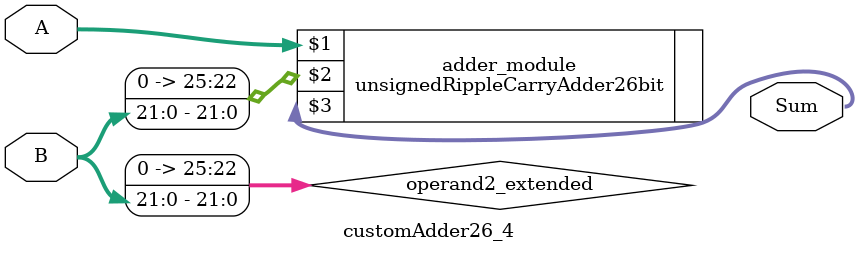
<source format=v>

module customAdder26_4(
                    input [25 : 0] A,
                    input [21 : 0] B,
                    
                    output [26 : 0] Sum
            );

    wire [25 : 0] operand2_extended;
    
    assign operand2_extended =  {4'b0, B};
    
    unsignedRippleCarryAdder26bit adder_module(
        A,
        operand2_extended,
        Sum
    );
    
endmodule
        
</source>
